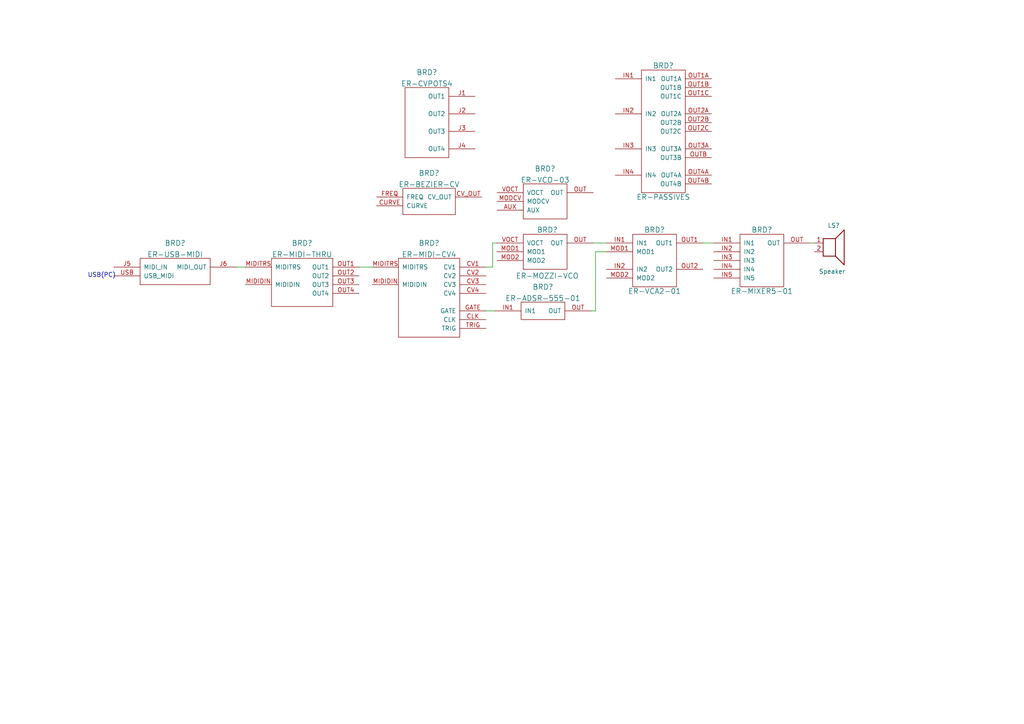
<source format=kicad_sch>
(kicad_sch (version 20211123) (generator eeschema)
  (paper "A4")
  (lib_symbols
    (symbol "Device:Speaker" (pin_names (offset 0) hide)
      (property "Reference" "LS" (at 1.27 5.715 0))
      (property "Value" "Speaker" (at 1.27 3.81 0))
      (symbol "Speaker_0_0"
        (rectangle (start -2.54 1.27) (end 1.016 -3.81) (stroke (width 0.254)))
        (polyline (pts (xy 1.016 1.27) (xy 3.556 3.81) (xy 3.556 -6.35) (xy 1.016 -3.81)) (stroke (width 0.254)))
      )
      (symbol "Speaker_1_1"
        (pin input line (at -5.08 0 0) (length 2.54) (name "1") (number "1"))
        (pin input line (at -5.08 -2.54 0) (length 2.54) (name "2") (number "2"))
      )
    )
    (symbol "LandBoards_Cards:ER-ADSR-555-01" (pin_names (offset 1.016))
      (property "Reference" "BRD" (at 0 3.81 0))
      (property "Value" "ER-ADSR-555-01" (at 0 -3.81 0))
      (symbol "ER-ADSR-555-01_0_0"
        (rectangle (start -6.35 2.54) (end 6.35 -2.54))
      )
      (symbol "ER-ADSR-555-01_1_1"
        (pin input line (at -13.97 0 0) (length 7.62) (name "IN1") (number "IN1"))
        (pin output line (at 13.97 0 180) (length 7.62) (name "OUT") (number "OUT"))
      )
    )
    (symbol "LandBoards_Cards:ER-BEZIER-CV" (pin_names (offset 1.016))
      (property "Reference" "BRD" (at -1.27 5.08 0))
      (property "Value" "ER-BEZIER-CV" (at 0 -5.08 0))
      (symbol "ER-BEZIER-CV_0_0"
        (rectangle (start -7.62 3.81) (end 7.62 -3.81))
      )
      (symbol "ER-BEZIER-CV_1_1"
        (pin input line (at -15.24 -1.27 0) (length 7.62) (name "CURVE") (number "CURVE"))
        (pin output line (at 15.24 1.27 180) (length 7.62) (name "CV_OUT") (number "CV_OUT"))
        (pin input line (at -15.24 1.27 0) (length 7.62) (name "FREQ") (number "FREQ"))
      )
    )
    (symbol "LandBoards_Cards:ER-CVPOTS4" (pin_names (offset 1.016))
      (property "Reference" "BRD" (at 0 6.35 0))
      (property "Value" "ER-CVPOTS4" (at 0 -16.51 0))
      (symbol "ER-CVPOTS4_0_0"
        (rectangle (start -6.35 5.08) (end 6.35 -15.24))
      )
      (symbol "ER-CVPOTS4_1_1"
        (pin output line (at 13.97 2.54 180) (length 7.62) (name "OUT1") (number "J1"))
        (pin output line (at 13.97 -2.54 180) (length 7.62) (name "OUT2") (number "J2"))
        (pin output line (at 13.97 -7.62 180) (length 7.62) (name "OUT3") (number "J3"))
        (pin output line (at 13.97 -12.7 180) (length 7.62) (name "OUT4") (number "J4"))
      )
    )
    (symbol "LandBoards_Cards:ER-MIDI-CV4" (pin_names (offset 1.016))
      (property "Reference" "BRD" (at 0 7.62 0))
      (property "Value" "ER-MIDI-CV4" (at 0 -17.78 0))
      (symbol "ER-MIDI-CV4_0_0"
        (rectangle (start -10.16 6.35) (end 7.62 -16.51))
      )
      (symbol "ER-MIDI-CV4_1_1"
        (pin output line (at 15.24 -11.43 180) (length 7.62) (name "CLK") (number "CLK"))
        (pin output line (at 15.24 3.81 180) (length 7.62) (name "CV1") (number "CV1"))
        (pin output line (at 15.24 1.27 180) (length 7.62) (name "CV2") (number "CV2"))
        (pin output line (at 15.24 -1.27 180) (length 7.62) (name "CV3") (number "CV3"))
        (pin output line (at 15.24 -3.81 180) (length 7.62) (name "CV4") (number "CV4"))
        (pin output line (at 15.24 -8.89 180) (length 7.62) (name "GATE") (number "GATE"))
        (pin input line (at -17.78 -1.27 0) (length 7.62) (name "MIDIDIN") (number "MIDIDIN"))
        (pin input line (at -17.78 3.81 0) (length 7.62) (name "MIDITRS") (number "MIDITRS"))
        (pin output line (at 15.24 -13.97 180) (length 7.62) (name "TRIG") (number "TRIG"))
      )
    )
    (symbol "LandBoards_Cards:ER-MIDI-THRU" (pin_names (offset 1.016))
      (property "Reference" "BRD" (at 0 7.62 0))
      (property "Value" "ER-MIDI-THRU" (at 0 -8.89 0))
      (symbol "ER-MIDI-THRU_0_0"
        (rectangle (start -10.16 6.35) (end 7.62 -7.62))
      )
      (symbol "ER-MIDI-THRU_1_1"
        (pin input line (at -17.78 -1.27 0) (length 7.62) (name "MIDIDIN") (number "MIDIDIN"))
        (pin input line (at -17.78 3.81 0) (length 7.62) (name "MIDITRS") (number "MIDITRS"))
        (pin output line (at 15.24 3.81 180) (length 7.62) (name "OUT1") (number "OUT1"))
        (pin output line (at 15.24 1.27 180) (length 7.62) (name "OUT2") (number "OUT2"))
        (pin output line (at 15.24 -1.27 180) (length 7.62) (name "OUT3") (number "OUT3"))
        (pin output line (at 15.24 -3.81 180) (length 7.62) (name "OUT4") (number "OUT4"))
      )
    )
    (symbol "LandBoards_Cards:ER-MIXER5-01" (pin_names (offset 1.016))
      (property "Reference" "BRD" (at 0 6.35 0))
      (property "Value" "ER-MIXER5-01" (at 0 -11.43 0))
      (symbol "ER-MIXER5-01_0_0"
        (rectangle (start -6.35 5.08) (end 6.35 -10.16))
      )
      (symbol "ER-MIXER5-01_1_1"
        (pin input line (at -13.97 2.54 0) (length 7.62) (name "IN1") (number "IN1"))
        (pin input line (at -13.97 0 0) (length 7.62) (name "IN2") (number "IN2"))
        (pin input line (at -13.97 -2.54 0) (length 7.62) (name "IN3") (number "IN3"))
        (pin input line (at -13.97 -5.08 0) (length 7.62) (name "IN4") (number "IN4"))
        (pin input line (at -13.97 -7.62 0) (length 7.62) (name "IN5") (number "IN5"))
        (pin output line (at 13.97 2.54 180) (length 7.62) (name "OUT") (number "OUT"))
      )
    )
    (symbol "LandBoards_Cards:ER-MOZZI-VCO" (pin_names (offset 1.016))
      (property "Reference" "BRD" (at 0 6.35 0))
      (property "Value" "ER-MOZZI-VCO" (at 0 -6.35 0))
      (symbol "ER-MOZZI-VCO_0_0"
        (rectangle (start -6.35 5.08) (end 6.35 -5.08))
      )
      (symbol "ER-MOZZI-VCO_1_1"
        (pin input line (at -13.97 0 0) (length 7.62) (name "MOD1") (number "MOD1"))
        (pin input line (at -13.97 -2.54 0) (length 7.62) (name "MOD2") (number "MOD2"))
        (pin output line (at 13.97 2.54 180) (length 7.62) (name "OUT") (number "OUT"))
        (pin input line (at -13.97 2.54 0) (length 7.62) (name "VOCT") (number "VOCT"))
      )
    )
    (symbol "LandBoards_Cards:ER-PASSIVES" (pin_names (offset 1.016))
      (property "Reference" "BRD" (at 0 17.78 0))
      (property "Value" "ER-PASSIVES" (at 0 -20.32 0))
      (symbol "ER-PASSIVES_0_0"
        (rectangle (start -6.35 16.51) (end 6.35 -19.05))
      )
      (symbol "ER-PASSIVES_1_1"
        (pin input line (at -13.97 13.97 0) (length 7.62) (name "IN1") (number "IN1"))
        (pin input line (at -13.97 3.81 0) (length 7.62) (name "IN2") (number "IN2"))
        (pin input line (at -13.97 -6.35 0) (length 7.62) (name "IN3") (number "IN3"))
        (pin input line (at -13.97 -13.97 0) (length 7.62) (name "IN4") (number "IN4"))
        (pin output line (at 13.97 13.97 180) (length 7.62) (name "OUT1A") (number "OUT1A"))
        (pin output line (at 13.97 11.43 180) (length 7.62) (name "OUT1B") (number "OUT1B"))
        (pin output line (at 13.97 8.89 180) (length 7.62) (name "OUT1C") (number "OUT1C"))
        (pin output line (at 13.97 3.81 180) (length 7.62) (name "OUT2A") (number "OUT2A"))
        (pin output line (at 13.97 1.27 180) (length 7.62) (name "OUT2B") (number "OUT2B"))
        (pin output line (at 13.97 -1.27 180) (length 7.62) (name "OUT2C") (number "OUT2C"))
        (pin output line (at 13.97 -6.35 180) (length 7.62) (name "OUT3A") (number "OUT3A"))
        (pin output line (at 13.97 -13.97 180) (length 7.62) (name "OUT4A") (number "OUT4A"))
        (pin output line (at 13.97 -16.51 180) (length 7.62) (name "OUT4B") (number "OUT4B"))
        (pin output line (at 13.97 -8.89 180) (length 7.62) (name "OUT3B") (number "OUTB"))
      )
    )
    (symbol "LandBoards_Cards:ER-USB-MIDI" (pin_names (offset 1.016))
      (property "Reference" "BRD" (at 0 5.08 0))
      (property "Value" "ER-USB-MIDI" (at 0 -5.08 0))
      (symbol "ER-USB-MIDI_0_0"
        (rectangle (start -10.16 3.81) (end 10.16 -3.81))
      )
      (symbol "ER-USB-MIDI_1_1"
        (pin input line (at -17.78 1.27 0) (length 7.62) (name "MIDI_IN") (number "J5"))
        (pin output line (at 17.78 1.27 180) (length 7.62) (name "MIDI_OUT") (number "J6"))
        (pin input line (at -17.78 -1.27 0) (length 7.62) (name "USB_MIDI") (number "USB"))
      )
    )
    (symbol "LandBoards_Cards:ER-VCA2-01" (pin_names (offset 1.016))
      (property "Reference" "BRD" (at 0 6.35 0))
      (property "Value" "ER-VCA2-01" (at 0 -11.43 0))
      (symbol "ER-VCA2-01_0_0"
        (rectangle (start -6.35 5.08) (end 6.35 -10.16))
      )
      (symbol "ER-VCA2-01_1_1"
        (pin input line (at -13.97 2.54 0) (length 7.62) (name "IN1") (number "IN1"))
        (pin input line (at -13.97 -5.08 0) (length 7.62) (name "IN2") (number "IN2"))
        (pin input line (at -13.97 0 0) (length 7.62) (name "MOD1") (number "MOD1"))
        (pin input line (at -13.97 -7.62 0) (length 7.62) (name "MOD2") (number "MOD2"))
        (pin output line (at 13.97 2.54 180) (length 7.62) (name "OUT1") (number "OUT1"))
        (pin output line (at 13.97 -5.08 180) (length 7.62) (name "OUT2") (number "OUT2"))
      )
    )
    (symbol "LandBoards_Cards:ER-VCO-03" (pin_names (offset 1.016))
      (property "Reference" "BRD" (at 0 6.35 0))
      (property "Value" "ER-VCO-03" (at 0 -6.35 0))
      (symbol "ER-VCO-03_0_0"
        (rectangle (start -6.35 5.08) (end 6.35 -5.08))
      )
      (symbol "ER-VCO-03_1_1"
        (pin input line (at -13.97 -2.54 0) (length 7.62) (name "AUX") (number "AUX"))
        (pin input line (at -13.97 0 0) (length 7.62) (name "MODCV") (number "MODCV"))
        (pin output line (at 13.97 2.54 180) (length 7.62) (name "OUT") (number "OUT"))
        (pin input line (at -13.97 2.54 0) (length 7.62) (name "VOCT") (number "VOCT"))
      )
    )
  )
  (wire (pts (xy 175.895 70.485) (xy 172.085 70.485)))
  (wire (pts (xy 171.45 90.17) (xy 172.72 90.17)))
  (wire (pts (xy 68.58 77.47) (xy 71.12 77.47)))
  (wire (pts (xy 143.51 90.17) (xy 140.97 90.17)))
  (wire (pts (xy 236.22 70.485) (xy 234.95 70.485)))
  (wire (pts (xy 172.72 90.17) (xy 172.72 73.025)))
  (wire (pts (xy 172.72 73.025) (xy 175.895 73.025)))
  (wire (pts (xy 142.875 77.47) (xy 140.97 77.47)))
  (wire (pts (xy 144.145 70.485) (xy 142.875 70.485)))
  (wire (pts (xy 142.875 70.485) (xy 142.875 77.47)))
  (wire (pts (xy 104.14 77.47) (xy 107.95 77.47)))
  (wire (pts (xy 203.835 70.485) (xy 207.01 70.485)))
  (text "USB(PC)" (at 25.4 80.645 0) (effects (font (size 1.27 1.27)) (justify left bottom)))
  (symbol (lib_id "LandBoards_Cards:ER-MIDI-CV4") (at 125.73 81.28 0) (unit 1)
    (property "Reference" "BRD?" (at 124.46 70.5261 0) (effects (font (size 1.524 1.524))))
    (property "Value" "ER-MIDI-CV4" (at 124.46 73.8051 0) (effects (font (size 1.524 1.524))))
    (property "Datasheet" "http://land-boards.com/blwiki/index.php?title=ER-MIDI-CV4-02" (effects hide))
  )
  (symbol (lib_id "LandBoards_Cards:ER-USB-MIDI") (at 50.8 78.74 0) (unit 1)
    (property "Reference" "BRD?" (at 50.8 70.5261 0) (effects (font (size 1.524 1.524))))
    (property "Value" "ER-USB-MIDI" (at 50.8 73.8051 0) (effects (font (size 1.524 1.524))))
    (property "Datasheet" "http://land-boards.com/blwiki/index.php?title=ER-USB-MIDI" (effects hide))
  )
  (symbol (lib_id "LandBoards_Cards:ER-VCO-03") (at 158.115 58.42 0) (unit 1)
    (property "Reference" "BRD?" (at 158.115 48.9361 0) (effects (font (size 1.524 1.524))))
    (property "Value" "ER-VCO-03" (at 158.115 52.2151 0) (effects (font (size 1.524 1.524))))
    (property "Datasheet" "http://land-boards.com/blwiki/index.php?title=ER-VCO-03" (effects hide))
  )
  (symbol (lib_id "LandBoards_Cards:ER-BEZIER-CV") (at 124.46 58.42 0) (unit 1)
    (property "Reference" "BRD?" (at 124.46 50.2061 0) (effects (font (size 1.524 1.524))))
    (property "Value" "ER-BEZIER-CV" (at 124.46 53.4851 0) (effects (font (size 1.524 1.524))))
    (property "Datasheet" "http://land-boards.com/blwiki/index.php?title=ER-BEZIER-CV" (effects hide))
  )
  (symbol (lib_id "LandBoards_Cards:ER-ADSR-555-01") (at 157.48 90.17 0) (unit 1)
    (property "Reference" "BRD?" (at 157.48 83.2261 0) (effects (font (size 1.524 1.524))))
    (property "Value" "ER-ADSR-555-01" (at 157.48 86.5051 0) (effects (font (size 1.524 1.524))))
    (property "Datasheet" "http://land-boards.com/blwiki/index.php?title=ER-ADSR-555-01" (effects hide))
  )
  (symbol (lib_id "LandBoards_Cards:ER-MIXER5-01") (at 220.98 73.025 0) (unit 1)
    (property "Reference" "BRD?" (at 220.98 66.675 0) (effects (font (size 1.524 1.524))))
    (property "Value" "ER-MIXER5-01" (at 220.98 84.455 0) (effects (font (size 1.524 1.524))))
    (property "Datasheet" "http://land-boards.com/blwiki/index.php?title=ER-MIXER5-01" (effects hide))
  )
  (symbol (lib_id "LandBoards_Cards:ER-CVPOTS4") (at 123.825 30.48 0) (unit 1)
    (property "Reference" "BRD?" (at 123.825 20.9961 0) (effects (font (size 1.524 1.524))))
    (property "Value" "ER-CVPOTS4" (at 123.825 24.2751 0) (effects (font (size 1.524 1.524))))
    (property "Datasheet" "http://land-boards.com/blwiki/index.php?title=ER-CVPOTS4" (effects hide))
  )
  (symbol (lib_id "Device:Speaker") (at 241.3 70.485 0) (unit 1)
    (property "Reference" "LS?" (at 240.03 65.405 0) (effects (justify left)))
    (property "Value" "Speaker" (at 237.49 78.74 0) (effects (justify left)))
  )
  (symbol (lib_id "LandBoards_Cards:ER-MIDI-THRU") (at 88.9 81.28 0) (unit 1)
    (property "Reference" "BRD?" (at 87.63 70.5261 0) (effects (font (size 1.524 1.524))))
    (property "Value" "ER-MIDI-THRU" (at 87.63 73.8051 0) (effects (font (size 1.524 1.524))))
    (property "Datasheet" "http://land-boards.com/blwiki/index.php?title=ER-MIDI-THRU" (effects hide))
  )
  (symbol (lib_id "LandBoards_Cards:ER-PASSIVES") (at 192.405 36.83 0) (unit 1)
    (property "Reference" "BRD?" (at 192.405 19.05 0) (effects (font (size 1.524 1.524))))
    (property "Value" "ER-PASSIVES" (at 192.405 57.15 0) (effects (font (size 1.524 1.524))))
  )
  (symbol (lib_id "LandBoards_Cards:ER-MOZZI-VCO") (at 158.115 73.025 0) (unit 1)
    (property "Reference" "BRD?" (at 158.75 66.675 0) (effects (font (size 1.524 1.524))))
    (property "Value" "ER-MOZZI-VCO" (at 158.75 80.01 0) (effects (font (size 1.524 1.524))))
    (property "Datasheet" "http://land-boards.com/blwiki/index.php?title=ER-MOZZI-DB" (effects hide))
  )
  (symbol (lib_id "LandBoards_Cards:ER-VCA2-01") (at 189.865 73.025 0) (unit 1)
    (property "Reference" "BRD?" (at 189.865 66.675 0) (effects (font (size 1.524 1.524))))
    (property "Value" "ER-VCA2-01" (at 189.865 84.455 0) (effects (font (size 1.524 1.524))))
    (property "Datasheet" "http://land-boards.com/blwiki/index.php?title=ER-VCA2-01" (effects hide))
  )
)
</source>
